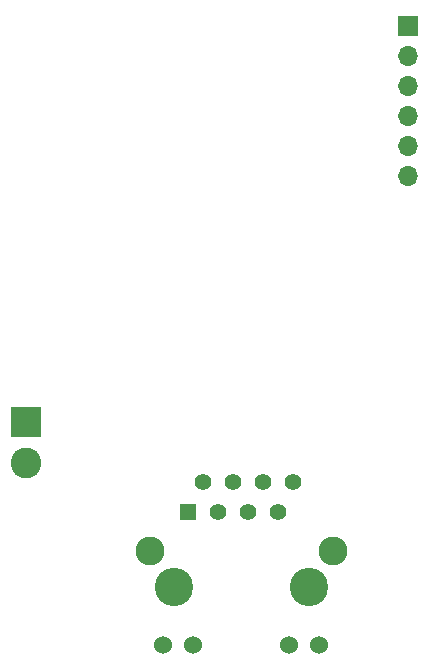
<source format=gbr>
%TF.GenerationSoftware,KiCad,Pcbnew,6.0.4*%
%TF.CreationDate,2022-06-16T01:35:27+03:00*%
%TF.ProjectId,MULTIGW,4d554c54-4947-4572-9e6b-696361645f70,rev?*%
%TF.SameCoordinates,Original*%
%TF.FileFunction,Soldermask,Bot*%
%TF.FilePolarity,Negative*%
%FSLAX46Y46*%
G04 Gerber Fmt 4.6, Leading zero omitted, Abs format (unit mm)*
G04 Created by KiCad (PCBNEW 6.0.4) date 2022-06-16 01:35:27*
%MOMM*%
%LPD*%
G01*
G04 APERTURE LIST*
%ADD10R,1.700000X1.700000*%
%ADD11O,1.700000X1.700000*%
%ADD12R,2.600000X2.600000*%
%ADD13C,2.600000*%
%ADD14C,3.250000*%
%ADD15R,1.398000X1.398000*%
%ADD16C,1.398000*%
%ADD17C,1.530000*%
%ADD18C,2.445000*%
G04 APERTURE END LIST*
D10*
%TO.C,J2*%
X131800000Y-62750000D03*
D11*
X131800000Y-65290000D03*
X131800000Y-67830000D03*
X131800000Y-70370000D03*
X131800000Y-72910000D03*
X131800000Y-75450000D03*
%TD*%
D12*
%TO.C,J3*%
X99455000Y-96250000D03*
D13*
X99455000Y-99750000D03*
%TD*%
D14*
%TO.C,J1*%
X111985000Y-110250000D03*
X123415000Y-110250000D03*
D15*
X113250000Y-103900000D03*
D16*
X114520000Y-101360000D03*
X115790000Y-103900000D03*
X117060000Y-101360000D03*
X118330000Y-103900000D03*
X119600000Y-101360000D03*
X120870000Y-103900000D03*
X122140000Y-101360000D03*
D17*
X111075000Y-115150000D03*
X113615000Y-115150000D03*
X121785000Y-115150000D03*
X124325000Y-115150000D03*
D18*
X109955000Y-107200000D03*
X125445000Y-107200000D03*
%TD*%
M02*

</source>
